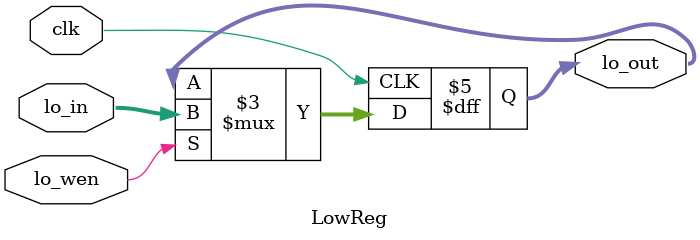
<source format=v>
`timescale 1ns / 1ps


module LowReg(

    input  clk,
    
    // LO¼Ä´æÆ÷Ð´Ê¹ÄÜ
    input  lo_wen,
    
    // Êý¾ÝÊäÈë
    input      [31: 0] lo_in,
    
    // Êý¾ÝÊä³ö
    output reg [31: 0] lo_out
    );
    
    initial
    begin
        lo_out <= 32'b0;
    end
    
    always @(posedge clk)
    begin
        if (lo_wen)
        begin
            lo_out <= lo_in;
        end
    end
endmodule

</source>
